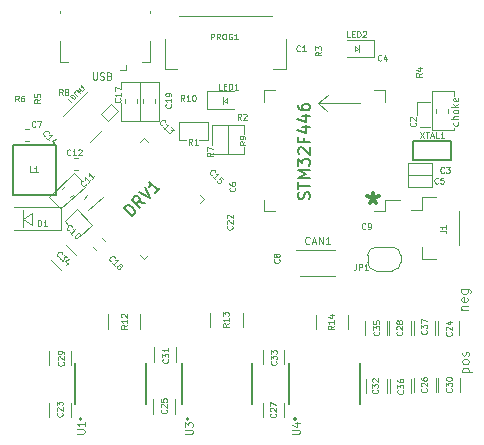
<source format=gto>
G04 #@! TF.GenerationSoftware,KiCad,Pcbnew,(5.1.2-1)-1*
G04 #@! TF.CreationDate,2019-09-25T20:45:02-04:00*
G04 #@! TF.ProjectId,PCB_V1.3_CSD,5043425f-5631-42e3-935f-4353442e6b69,rev?*
G04 #@! TF.SameCoordinates,Original*
G04 #@! TF.FileFunction,Legend,Top*
G04 #@! TF.FilePolarity,Positive*
%FSLAX46Y46*%
G04 Gerber Fmt 4.6, Leading zero omitted, Abs format (unit mm)*
G04 Created by KiCad (PCBNEW (5.1.2-1)-1) date 2019-09-25 20:45:02*
%MOMM*%
%LPD*%
G04 APERTURE LIST*
%ADD10C,0.120000*%
%ADD11C,0.060000*%
%ADD12C,0.300000*%
%ADD13C,0.150000*%
%ADD14C,0.200000*%
%ADD15C,0.127000*%
%ADD16C,0.203200*%
%ADD17C,0.050000*%
G04 APERTURE END LIST*
D10*
X86650000Y-58700000D02*
X87450000Y-59400000D01*
X86650000Y-58700000D02*
X87500000Y-58000000D01*
X90200000Y-58700000D02*
X86650000Y-58700000D01*
X65200000Y-68700000D02*
X65500000Y-69000000D01*
X66200000Y-67700000D02*
X65200000Y-68700000D01*
X67500000Y-69000000D02*
X66200000Y-67700000D01*
X66500000Y-70000000D02*
X67500000Y-69000000D01*
X96200000Y-64800000D02*
X94300000Y-64800000D01*
X94300000Y-63800000D02*
X96300000Y-63800000D01*
X94300000Y-65800000D02*
X94300000Y-63800000D01*
X96300000Y-65800000D02*
X94300000Y-65800000D01*
X96300000Y-63800000D02*
X96300000Y-65800000D01*
X73200000Y-60200000D02*
X71700000Y-60200000D01*
X73200000Y-56900000D02*
X73200000Y-60200000D01*
X71700000Y-56900000D02*
X73200000Y-56900000D01*
X70000000Y-60200000D02*
X70000000Y-58700000D01*
X71600000Y-60200000D02*
X70000000Y-60200000D01*
X71600000Y-56900000D02*
X71600000Y-60200000D01*
X70000000Y-56900000D02*
X71600000Y-56900000D01*
X70000000Y-57500000D02*
X70000000Y-56900000D01*
X78900000Y-58300000D02*
X78900000Y-58700000D01*
X78700000Y-58500000D02*
X78900000Y-58300000D01*
X78600000Y-58800000D02*
X78600000Y-58200000D01*
X78900000Y-58700000D02*
X78700000Y-58500000D01*
X90100000Y-53800000D02*
X90100000Y-54400000D01*
X89800000Y-54300000D02*
X89800000Y-53900000D01*
X90000000Y-54100000D02*
X89800000Y-54300000D01*
X89800000Y-53900000D02*
X90000000Y-54100000D01*
X62400000Y-68000000D02*
X61700000Y-68500000D01*
X62400000Y-69000000D02*
X62400000Y-68000000D01*
X61700000Y-68500000D02*
X62400000Y-69000000D01*
X61700000Y-69200000D02*
X61700000Y-68500000D01*
X61700000Y-67800000D02*
X61700000Y-69200000D01*
X64900000Y-67600000D02*
X66900000Y-65800000D01*
X63900000Y-66700000D02*
X64800000Y-67600000D01*
X66000000Y-64600000D02*
X63900000Y-66700000D01*
X66600000Y-65200000D02*
X66000000Y-64600000D01*
X69700000Y-59400000D02*
X69100000Y-58800000D01*
X68900000Y-60200000D02*
X69700000Y-59400000D01*
X68300000Y-59600000D02*
X68900000Y-60200000D01*
X69100000Y-58800000D02*
X68300000Y-59600000D01*
X67200000Y-67800000D02*
X68450000Y-66650000D01*
D11*
X98878571Y-81507142D02*
X99678571Y-81507142D01*
X98916666Y-81507142D02*
X98878571Y-81430952D01*
X98878571Y-81278571D01*
X98916666Y-81202380D01*
X98954761Y-81164285D01*
X99030952Y-81126190D01*
X99259523Y-81126190D01*
X99335714Y-81164285D01*
X99373809Y-81202380D01*
X99411904Y-81278571D01*
X99411904Y-81430952D01*
X99373809Y-81507142D01*
X99411904Y-80669047D02*
X99373809Y-80745238D01*
X99335714Y-80783333D01*
X99259523Y-80821428D01*
X99030952Y-80821428D01*
X98954761Y-80783333D01*
X98916666Y-80745238D01*
X98878571Y-80669047D01*
X98878571Y-80554761D01*
X98916666Y-80478571D01*
X98954761Y-80440476D01*
X99030952Y-80402380D01*
X99259523Y-80402380D01*
X99335714Y-80440476D01*
X99373809Y-80478571D01*
X99411904Y-80554761D01*
X99411904Y-80669047D01*
X99373809Y-80097619D02*
X99411904Y-80021428D01*
X99411904Y-79869047D01*
X99373809Y-79792857D01*
X99297619Y-79754761D01*
X99259523Y-79754761D01*
X99183333Y-79792857D01*
X99145238Y-79869047D01*
X99145238Y-79983333D01*
X99107142Y-80059523D01*
X99030952Y-80097619D01*
X98992857Y-80097619D01*
X98916666Y-80059523D01*
X98878571Y-79983333D01*
X98878571Y-79869047D01*
X98916666Y-79792857D01*
X98778571Y-76226190D02*
X99311904Y-76226190D01*
X98854761Y-76226190D02*
X98816666Y-76188095D01*
X98778571Y-76111904D01*
X98778571Y-75997619D01*
X98816666Y-75921428D01*
X98892857Y-75883333D01*
X99311904Y-75883333D01*
X99273809Y-75197619D02*
X99311904Y-75273809D01*
X99311904Y-75426190D01*
X99273809Y-75502380D01*
X99197619Y-75540476D01*
X98892857Y-75540476D01*
X98816666Y-75502380D01*
X98778571Y-75426190D01*
X98778571Y-75273809D01*
X98816666Y-75197619D01*
X98892857Y-75159523D01*
X98969047Y-75159523D01*
X99045238Y-75540476D01*
X98778571Y-74473809D02*
X99426190Y-74473809D01*
X99502380Y-74511904D01*
X99540476Y-74550000D01*
X99578571Y-74626190D01*
X99578571Y-74740476D01*
X99540476Y-74816666D01*
X99273809Y-74473809D02*
X99311904Y-74550000D01*
X99311904Y-74702380D01*
X99273809Y-74778571D01*
X99235714Y-74816666D01*
X99159523Y-74854761D01*
X98930952Y-74854761D01*
X98854761Y-74816666D01*
X98816666Y-74778571D01*
X98778571Y-74702380D01*
X98778571Y-74550000D01*
X98816666Y-74473809D01*
D10*
X95050000Y-58600000D02*
X95050000Y-59700000D01*
X96100000Y-58600000D02*
X95050000Y-58600000D01*
X95250000Y-60700000D02*
X96100000Y-60700000D01*
X98150000Y-61000000D02*
X98150000Y-60800000D01*
X96300000Y-61000000D02*
X98100000Y-61000000D01*
X96300000Y-57700000D02*
X96300000Y-61000000D01*
X98140000Y-57700000D02*
X96390000Y-57700000D01*
X98140000Y-58100000D02*
X98140000Y-57700000D01*
X74890000Y-61850000D02*
X75490000Y-61850000D01*
X74890000Y-60350000D02*
X74890000Y-61850000D01*
X77340000Y-60350000D02*
X74890000Y-60350000D01*
X77340000Y-61850000D02*
X76540000Y-61850000D01*
X77340000Y-60350000D02*
X77340000Y-61850000D01*
X78990000Y-60600000D02*
X78990000Y-62950000D01*
X80340000Y-60600000D02*
X80340000Y-61300000D01*
X80340000Y-63000000D02*
X80340000Y-62400000D01*
X77740000Y-63000000D02*
X80340000Y-63000000D01*
X77640000Y-60600000D02*
X77640000Y-62300000D01*
X80340000Y-60600000D02*
X77640000Y-60600000D01*
D12*
X91300000Y-66304761D02*
X91300000Y-66780952D01*
X90823809Y-66590476D02*
X91300000Y-66780952D01*
X91776190Y-66590476D01*
X91014285Y-67161904D02*
X91300000Y-66780952D01*
X91585714Y-67161904D01*
D11*
X98482857Y-60350000D02*
X98511428Y-60407142D01*
X98511428Y-60521428D01*
X98482857Y-60578571D01*
X98454285Y-60607142D01*
X98397142Y-60635714D01*
X98225714Y-60635714D01*
X98168571Y-60607142D01*
X98140000Y-60578571D01*
X98111428Y-60521428D01*
X98111428Y-60407142D01*
X98140000Y-60350000D01*
X98511428Y-60092857D02*
X97911428Y-60092857D01*
X98511428Y-59835714D02*
X98197142Y-59835714D01*
X98140000Y-59864285D01*
X98111428Y-59921428D01*
X98111428Y-60007142D01*
X98140000Y-60064285D01*
X98168571Y-60092857D01*
X98511428Y-59464285D02*
X98482857Y-59521428D01*
X98454285Y-59550000D01*
X98397142Y-59578571D01*
X98225714Y-59578571D01*
X98168571Y-59550000D01*
X98140000Y-59521428D01*
X98111428Y-59464285D01*
X98111428Y-59378571D01*
X98140000Y-59321428D01*
X98168571Y-59292857D01*
X98225714Y-59264285D01*
X98397142Y-59264285D01*
X98454285Y-59292857D01*
X98482857Y-59321428D01*
X98511428Y-59378571D01*
X98511428Y-59464285D01*
X98511428Y-59007142D02*
X97911428Y-59007142D01*
X98282857Y-58950000D02*
X98511428Y-58778571D01*
X98111428Y-58778571D02*
X98340000Y-59007142D01*
X98482857Y-58292857D02*
X98511428Y-58350000D01*
X98511428Y-58464285D01*
X98482857Y-58521428D01*
X98425714Y-58550000D01*
X98197142Y-58550000D01*
X98140000Y-58521428D01*
X98111428Y-58464285D01*
X98111428Y-58350000D01*
X98140000Y-58292857D01*
X98197142Y-58264285D01*
X98254285Y-58264285D01*
X98311428Y-58550000D01*
D13*
X85904761Y-66847619D02*
X85952380Y-66704761D01*
X85952380Y-66466666D01*
X85904761Y-66371428D01*
X85857142Y-66323809D01*
X85761904Y-66276190D01*
X85666666Y-66276190D01*
X85571428Y-66323809D01*
X85523809Y-66371428D01*
X85476190Y-66466666D01*
X85428571Y-66657142D01*
X85380952Y-66752380D01*
X85333333Y-66800000D01*
X85238095Y-66847619D01*
X85142857Y-66847619D01*
X85047619Y-66800000D01*
X85000000Y-66752380D01*
X84952380Y-66657142D01*
X84952380Y-66419047D01*
X85000000Y-66276190D01*
X84952380Y-65990476D02*
X84952380Y-65419047D01*
X85952380Y-65704761D02*
X84952380Y-65704761D01*
X85952380Y-65085714D02*
X84952380Y-65085714D01*
X85666666Y-64752380D01*
X84952380Y-64419047D01*
X85952380Y-64419047D01*
X84952380Y-64038095D02*
X84952380Y-63419047D01*
X85333333Y-63752380D01*
X85333333Y-63609523D01*
X85380952Y-63514285D01*
X85428571Y-63466666D01*
X85523809Y-63419047D01*
X85761904Y-63419047D01*
X85857142Y-63466666D01*
X85904761Y-63514285D01*
X85952380Y-63609523D01*
X85952380Y-63895238D01*
X85904761Y-63990476D01*
X85857142Y-64038095D01*
X85047619Y-63038095D02*
X85000000Y-62990476D01*
X84952380Y-62895238D01*
X84952380Y-62657142D01*
X85000000Y-62561904D01*
X85047619Y-62514285D01*
X85142857Y-62466666D01*
X85238095Y-62466666D01*
X85380952Y-62514285D01*
X85952380Y-63085714D01*
X85952380Y-62466666D01*
X85428571Y-61704761D02*
X85428571Y-62038095D01*
X85952380Y-62038095D02*
X84952380Y-62038095D01*
X84952380Y-61561904D01*
X85285714Y-60752380D02*
X85952380Y-60752380D01*
X84904761Y-60990476D02*
X85619047Y-61228571D01*
X85619047Y-60609523D01*
X85285714Y-59800000D02*
X85952380Y-59800000D01*
X84904761Y-60038095D02*
X85619047Y-60276190D01*
X85619047Y-59657142D01*
X84952380Y-58847619D02*
X84952380Y-59038095D01*
X85000000Y-59133333D01*
X85047619Y-59180952D01*
X85190476Y-59276190D01*
X85380952Y-59323809D01*
X85761904Y-59323809D01*
X85857142Y-59276190D01*
X85904761Y-59228571D01*
X85952380Y-59133333D01*
X85952380Y-58942857D01*
X85904761Y-58847619D01*
X85857142Y-58800000D01*
X85761904Y-58752380D01*
X85523809Y-58752380D01*
X85428571Y-58800000D01*
X85380952Y-58847619D01*
X85333333Y-58942857D01*
X85333333Y-59133333D01*
X85380952Y-59228571D01*
X85428571Y-59276190D01*
X85523809Y-59323809D01*
D14*
X84800000Y-85450000D02*
G75*
G03X84800000Y-85450000I-100000J0D01*
G01*
D15*
X90200000Y-80712000D02*
X90200000Y-84188000D01*
X84200000Y-84188000D02*
X84200000Y-80712000D01*
D14*
X75700000Y-85450000D02*
G75*
G03X75700000Y-85450000I-100000J0D01*
G01*
D15*
X81100000Y-80712000D02*
X81100000Y-84188000D01*
X75100000Y-84188000D02*
X75100000Y-80712000D01*
D14*
X66650000Y-85450000D02*
G75*
G03X66650000Y-85450000I-100000J0D01*
G01*
D15*
X72050000Y-80712000D02*
X72050000Y-84188000D01*
X66050000Y-84188000D02*
X66050000Y-80712000D01*
D10*
X85150000Y-73370000D02*
X88050000Y-73370000D01*
X84790000Y-71130000D02*
X88050000Y-71130000D01*
X82740000Y-51315000D02*
X74860000Y-51315000D01*
X73690000Y-55785000D02*
X74740000Y-55785000D01*
X73690000Y-53285000D02*
X73690000Y-55785000D01*
X83910000Y-55785000D02*
X82860000Y-55785000D01*
X83910000Y-53285000D02*
X83910000Y-55785000D01*
X65999721Y-64360000D02*
X66325279Y-64360000D01*
X65999721Y-63340000D02*
X66325279Y-63340000D01*
X70360000Y-55910000D02*
X70360000Y-55520000D01*
X70360000Y-55910000D02*
X69910000Y-55910000D01*
X64790000Y-55210000D02*
X65440000Y-55210000D01*
X64790000Y-53480000D02*
X64790000Y-55210000D01*
X72410000Y-50910000D02*
X72410000Y-51120000D01*
X64790000Y-50910000D02*
X64790000Y-51120000D01*
X72410000Y-53480000D02*
X72410000Y-55210000D01*
X72410000Y-55210000D02*
X71750000Y-55210000D01*
X92310000Y-66910000D02*
X93600000Y-66910000D01*
X82090000Y-57640000D02*
X82090000Y-58590000D01*
X83040000Y-57640000D02*
X82090000Y-57640000D01*
X92310000Y-57640000D02*
X92310000Y-58590000D01*
X91360000Y-57640000D02*
X92310000Y-57640000D01*
X82090000Y-67860000D02*
X82090000Y-66910000D01*
X83040000Y-67860000D02*
X82090000Y-67860000D01*
X92310000Y-67860000D02*
X92310000Y-66910000D01*
X91360000Y-67860000D02*
X92310000Y-67860000D01*
X67130565Y-66464124D02*
X66794689Y-66800000D01*
X77005311Y-66800000D02*
X76669435Y-66464124D01*
X76669435Y-67135876D02*
X77005311Y-66800000D01*
X71900000Y-71905311D02*
X71564124Y-71569435D01*
X72235876Y-71569435D02*
X71900000Y-71905311D01*
X71900000Y-61694689D02*
X72235876Y-62030565D01*
X71564124Y-62030565D02*
X71900000Y-61694689D01*
X86440000Y-76647936D02*
X86440000Y-77852064D01*
X89160000Y-76647936D02*
X89160000Y-77852064D01*
X77540000Y-76447936D02*
X77540000Y-77652064D01*
X80260000Y-76447936D02*
X80260000Y-77652064D01*
X92740000Y-82047936D02*
X92740000Y-83252064D01*
X94560000Y-82047936D02*
X94560000Y-83252064D01*
X66169191Y-71582256D02*
X65317744Y-70730809D01*
X64882256Y-72869191D02*
X64030809Y-72017744D01*
X90690000Y-82047936D02*
X90690000Y-83252064D01*
X92510000Y-82047936D02*
X92510000Y-83252064D01*
X96840000Y-81947936D02*
X96840000Y-83152064D01*
X98660000Y-81947936D02*
X98660000Y-83152064D01*
X94510000Y-78352064D02*
X94510000Y-77147936D01*
X92690000Y-78352064D02*
X92690000Y-77147936D01*
X94790000Y-81947936D02*
X94790000Y-83152064D01*
X96610000Y-81947936D02*
X96610000Y-83152064D01*
X98610000Y-78352064D02*
X98610000Y-77147936D01*
X96790000Y-78352064D02*
X96790000Y-77147936D01*
X63890000Y-84097936D02*
X63890000Y-85302064D01*
X65710000Y-84097936D02*
X65710000Y-85302064D01*
X91385000Y-53365000D02*
X89100000Y-53365000D01*
X91385000Y-54835000D02*
X91385000Y-53365000D01*
X89100000Y-54835000D02*
X91385000Y-54835000D01*
X77267500Y-59185000D02*
X79552500Y-59185000D01*
X77267500Y-57715000D02*
X77267500Y-59185000D01*
X79552500Y-57715000D02*
X77267500Y-57715000D01*
X68388442Y-60988442D02*
X67327782Y-62049102D01*
X67172218Y-57650898D02*
X65050898Y-59772218D01*
D16*
X60800000Y-66500000D02*
X60800000Y-62300000D01*
X64500000Y-66500000D02*
X60800000Y-66500000D01*
X64500000Y-62300000D02*
X64500000Y-66500000D01*
X60800000Y-62300000D02*
X64500000Y-62300000D01*
D10*
X64850000Y-69500000D02*
X60950000Y-69500000D01*
X64850000Y-67500000D02*
X60950000Y-67500000D01*
X64850000Y-69500000D02*
X64850000Y-67500000D01*
X68840000Y-76597936D02*
X68840000Y-77802064D01*
X71560000Y-76597936D02*
X71560000Y-77802064D01*
X96641100Y-59190821D02*
X96641100Y-59516379D01*
X97661100Y-59190821D02*
X97661100Y-59516379D01*
X72850000Y-58712779D02*
X72850000Y-58387221D01*
X71830000Y-58712779D02*
X71830000Y-58387221D01*
X71310000Y-58725279D02*
X71310000Y-58399721D01*
X70290000Y-58725279D02*
X70290000Y-58399721D01*
X68575727Y-70404478D02*
X68345522Y-70174273D01*
X67854478Y-71125727D02*
X67624273Y-70895522D01*
X62162779Y-61960000D02*
X61837221Y-61960000D01*
X62162779Y-60940000D02*
X61837221Y-60940000D01*
X65197631Y-65731120D02*
X64967426Y-65961325D01*
X65918880Y-66452369D02*
X65688675Y-66682574D01*
X96560000Y-78352064D02*
X96560000Y-77147936D01*
X94740000Y-78352064D02*
X94740000Y-77147936D01*
X92460000Y-78352064D02*
X92460000Y-77147936D01*
X90640000Y-78352064D02*
X90640000Y-77147936D01*
X83810000Y-80802064D02*
X83810000Y-79597936D01*
X81990000Y-80802064D02*
X81990000Y-79597936D01*
X74610000Y-80602064D02*
X74610000Y-79397936D01*
X72790000Y-80602064D02*
X72790000Y-79397936D01*
X65710000Y-80902064D02*
X65710000Y-79697936D01*
X63890000Y-80902064D02*
X63890000Y-79697936D01*
X81990000Y-84097936D02*
X81990000Y-85302064D01*
X83810000Y-84097936D02*
X83810000Y-85302064D01*
X72690000Y-83797936D02*
X72690000Y-85002064D01*
X74510000Y-83797936D02*
X74510000Y-85002064D01*
X92950000Y-72900000D02*
X91550000Y-72900000D01*
X90850000Y-72200000D02*
X90850000Y-71600000D01*
X91550000Y-70900000D02*
X92950000Y-70900000D01*
X93650000Y-71600000D02*
X93650000Y-72200000D01*
X93650000Y-72200000D02*
G75*
G02X92950000Y-72900000I-700000J0D01*
G01*
X92950000Y-70900000D02*
G75*
G02X93650000Y-71600000I0J-700000D01*
G01*
X90850000Y-71600000D02*
G75*
G02X91550000Y-70900000I700000J0D01*
G01*
X91550000Y-72900000D02*
G75*
G02X90850000Y-72200000I0J700000D01*
G01*
X98610000Y-67860000D02*
X98610000Y-70740000D01*
X95490000Y-71910000D02*
X95490000Y-70860000D01*
X96640000Y-71910000D02*
X95490000Y-71910000D01*
X95490000Y-67740000D02*
X94500000Y-67740000D01*
X95490000Y-66690000D02*
X95490000Y-67740000D01*
X96640000Y-66690000D02*
X95490000Y-66690000D01*
D15*
X97928600Y-61900000D02*
X94728600Y-61900000D01*
X97928600Y-63500000D02*
X97928600Y-61900000D01*
X94728600Y-63500000D02*
X97928600Y-63500000D01*
X94728600Y-61900000D02*
X94728600Y-63500000D01*
D17*
X84449437Y-86737739D02*
X84967660Y-86737739D01*
X85028627Y-86707255D01*
X85059111Y-86676772D01*
X85089595Y-86615804D01*
X85089595Y-86493869D01*
X85059111Y-86432902D01*
X85028627Y-86402418D01*
X84967660Y-86371934D01*
X84449437Y-86371934D01*
X84662823Y-85792744D02*
X85089595Y-85792744D01*
X84418953Y-85945162D02*
X84876209Y-86097581D01*
X84876209Y-85701293D01*
X75399437Y-86737739D02*
X75917660Y-86737739D01*
X75978627Y-86707255D01*
X76009111Y-86676772D01*
X76039595Y-86615804D01*
X76039595Y-86493869D01*
X76009111Y-86432902D01*
X75978627Y-86402418D01*
X75917660Y-86371934D01*
X75399437Y-86371934D01*
X75399437Y-86128065D02*
X75399437Y-85731776D01*
X75643307Y-85945162D01*
X75643307Y-85853711D01*
X75673790Y-85792744D01*
X75704274Y-85762260D01*
X75765241Y-85731776D01*
X75917660Y-85731776D01*
X75978627Y-85762260D01*
X76009111Y-85792744D01*
X76039595Y-85853711D01*
X76039595Y-86036614D01*
X76009111Y-86097581D01*
X75978627Y-86128065D01*
X66249437Y-86687739D02*
X66767660Y-86687739D01*
X66828627Y-86657255D01*
X66859111Y-86626772D01*
X66889595Y-86565804D01*
X66889595Y-86443869D01*
X66859111Y-86382902D01*
X66828627Y-86352418D01*
X66767660Y-86321934D01*
X66249437Y-86321934D01*
X66889595Y-85681776D02*
X66889595Y-86047581D01*
X66889595Y-85864679D02*
X66249437Y-85864679D01*
X66340888Y-85925646D01*
X66401855Y-85986614D01*
X66432339Y-86047581D01*
X85928571Y-70584285D02*
X85900000Y-70612857D01*
X85814285Y-70641428D01*
X85757142Y-70641428D01*
X85671428Y-70612857D01*
X85614285Y-70555714D01*
X85585714Y-70498571D01*
X85557142Y-70384285D01*
X85557142Y-70298571D01*
X85585714Y-70184285D01*
X85614285Y-70127142D01*
X85671428Y-70070000D01*
X85757142Y-70041428D01*
X85814285Y-70041428D01*
X85900000Y-70070000D01*
X85928571Y-70098571D01*
X86157142Y-70470000D02*
X86442857Y-70470000D01*
X86100000Y-70641428D02*
X86300000Y-70041428D01*
X86500000Y-70641428D01*
X86700000Y-70641428D02*
X86700000Y-70041428D01*
X87042857Y-70641428D01*
X87042857Y-70041428D01*
X87642857Y-70641428D02*
X87300000Y-70641428D01*
X87471428Y-70641428D02*
X87471428Y-70041428D01*
X87414285Y-70127142D01*
X87357142Y-70184285D01*
X87300000Y-70212857D01*
D11*
X75328571Y-58526190D02*
X75161904Y-58288095D01*
X75042857Y-58526190D02*
X75042857Y-58026190D01*
X75233333Y-58026190D01*
X75280952Y-58050000D01*
X75304761Y-58073809D01*
X75328571Y-58121428D01*
X75328571Y-58192857D01*
X75304761Y-58240476D01*
X75280952Y-58264285D01*
X75233333Y-58288095D01*
X75042857Y-58288095D01*
X75804761Y-58526190D02*
X75519047Y-58526190D01*
X75661904Y-58526190D02*
X75661904Y-58026190D01*
X75614285Y-58097619D01*
X75566666Y-58145238D01*
X75519047Y-58169047D01*
X76114285Y-58026190D02*
X76161904Y-58026190D01*
X76209523Y-58050000D01*
X76233333Y-58073809D01*
X76257142Y-58121428D01*
X76280952Y-58216666D01*
X76280952Y-58335714D01*
X76257142Y-58430952D01*
X76233333Y-58478571D01*
X76209523Y-58502380D01*
X76161904Y-58526190D01*
X76114285Y-58526190D01*
X76066666Y-58502380D01*
X76042857Y-58478571D01*
X76019047Y-58430952D01*
X75995238Y-58335714D01*
X75995238Y-58216666D01*
X76019047Y-58121428D01*
X76042857Y-58073809D01*
X76066666Y-58050000D01*
X76114285Y-58026190D01*
X77569047Y-53326190D02*
X77569047Y-52826190D01*
X77759523Y-52826190D01*
X77807142Y-52850000D01*
X77830952Y-52873809D01*
X77854761Y-52921428D01*
X77854761Y-52992857D01*
X77830952Y-53040476D01*
X77807142Y-53064285D01*
X77759523Y-53088095D01*
X77569047Y-53088095D01*
X78354761Y-53326190D02*
X78188095Y-53088095D01*
X78069047Y-53326190D02*
X78069047Y-52826190D01*
X78259523Y-52826190D01*
X78307142Y-52850000D01*
X78330952Y-52873809D01*
X78354761Y-52921428D01*
X78354761Y-52992857D01*
X78330952Y-53040476D01*
X78307142Y-53064285D01*
X78259523Y-53088095D01*
X78069047Y-53088095D01*
X78664285Y-52826190D02*
X78759523Y-52826190D01*
X78807142Y-52850000D01*
X78854761Y-52897619D01*
X78878571Y-52992857D01*
X78878571Y-53159523D01*
X78854761Y-53254761D01*
X78807142Y-53302380D01*
X78759523Y-53326190D01*
X78664285Y-53326190D01*
X78616666Y-53302380D01*
X78569047Y-53254761D01*
X78545238Y-53159523D01*
X78545238Y-52992857D01*
X78569047Y-52897619D01*
X78616666Y-52850000D01*
X78664285Y-52826190D01*
X79354761Y-52850000D02*
X79307142Y-52826190D01*
X79235714Y-52826190D01*
X79164285Y-52850000D01*
X79116666Y-52897619D01*
X79092857Y-52945238D01*
X79069047Y-53040476D01*
X79069047Y-53111904D01*
X79092857Y-53207142D01*
X79116666Y-53254761D01*
X79164285Y-53302380D01*
X79235714Y-53326190D01*
X79283333Y-53326190D01*
X79354761Y-53302380D01*
X79378571Y-53278571D01*
X79378571Y-53111904D01*
X79283333Y-53111904D01*
X79854761Y-53326190D02*
X79569047Y-53326190D01*
X79711904Y-53326190D02*
X79711904Y-52826190D01*
X79664285Y-52897619D01*
X79616666Y-52945238D01*
X79569047Y-52969047D01*
X65678571Y-63078571D02*
X65654761Y-63102380D01*
X65583333Y-63126190D01*
X65535714Y-63126190D01*
X65464285Y-63102380D01*
X65416666Y-63054761D01*
X65392857Y-63007142D01*
X65369047Y-62911904D01*
X65369047Y-62840476D01*
X65392857Y-62745238D01*
X65416666Y-62697619D01*
X65464285Y-62650000D01*
X65535714Y-62626190D01*
X65583333Y-62626190D01*
X65654761Y-62650000D01*
X65678571Y-62673809D01*
X66154761Y-63126190D02*
X65869047Y-63126190D01*
X66011904Y-63126190D02*
X66011904Y-62626190D01*
X65964285Y-62697619D01*
X65916666Y-62745238D01*
X65869047Y-62769047D01*
X66345238Y-62673809D02*
X66369047Y-62650000D01*
X66416666Y-62626190D01*
X66535714Y-62626190D01*
X66583333Y-62650000D01*
X66607142Y-62673809D01*
X66630952Y-62721428D01*
X66630952Y-62769047D01*
X66607142Y-62840476D01*
X66321428Y-63126190D01*
X66630952Y-63126190D01*
X65016666Y-58026190D02*
X64850000Y-57788095D01*
X64730952Y-58026190D02*
X64730952Y-57526190D01*
X64921428Y-57526190D01*
X64969047Y-57550000D01*
X64992857Y-57573809D01*
X65016666Y-57621428D01*
X65016666Y-57692857D01*
X64992857Y-57740476D01*
X64969047Y-57764285D01*
X64921428Y-57788095D01*
X64730952Y-57788095D01*
X65302380Y-57740476D02*
X65254761Y-57716666D01*
X65230952Y-57692857D01*
X65207142Y-57645238D01*
X65207142Y-57621428D01*
X65230952Y-57573809D01*
X65254761Y-57550000D01*
X65302380Y-57526190D01*
X65397619Y-57526190D01*
X65445238Y-57550000D01*
X65469047Y-57573809D01*
X65492857Y-57621428D01*
X65492857Y-57645238D01*
X65469047Y-57692857D01*
X65445238Y-57716666D01*
X65397619Y-57740476D01*
X65302380Y-57740476D01*
X65254761Y-57764285D01*
X65230952Y-57788095D01*
X65207142Y-57835714D01*
X65207142Y-57930952D01*
X65230952Y-57978571D01*
X65254761Y-58002380D01*
X65302380Y-58026190D01*
X65397619Y-58026190D01*
X65445238Y-58002380D01*
X65469047Y-57978571D01*
X65492857Y-57930952D01*
X65492857Y-57835714D01*
X65469047Y-57788095D01*
X65445238Y-57764285D01*
X65397619Y-57740476D01*
X67592857Y-56121428D02*
X67592857Y-56607142D01*
X67621428Y-56664285D01*
X67650000Y-56692857D01*
X67707142Y-56721428D01*
X67821428Y-56721428D01*
X67878571Y-56692857D01*
X67907142Y-56664285D01*
X67935714Y-56607142D01*
X67935714Y-56121428D01*
X68192857Y-56692857D02*
X68278571Y-56721428D01*
X68421428Y-56721428D01*
X68478571Y-56692857D01*
X68507142Y-56664285D01*
X68535714Y-56607142D01*
X68535714Y-56550000D01*
X68507142Y-56492857D01*
X68478571Y-56464285D01*
X68421428Y-56435714D01*
X68307142Y-56407142D01*
X68250000Y-56378571D01*
X68221428Y-56350000D01*
X68192857Y-56292857D01*
X68192857Y-56235714D01*
X68221428Y-56178571D01*
X68250000Y-56150000D01*
X68307142Y-56121428D01*
X68450000Y-56121428D01*
X68535714Y-56150000D01*
X68992857Y-56407142D02*
X69078571Y-56435714D01*
X69107142Y-56464285D01*
X69135714Y-56521428D01*
X69135714Y-56607142D01*
X69107142Y-56664285D01*
X69078571Y-56692857D01*
X69021428Y-56721428D01*
X68792857Y-56721428D01*
X68792857Y-56121428D01*
X68992857Y-56121428D01*
X69050000Y-56150000D01*
X69078571Y-56178571D01*
X69107142Y-56235714D01*
X69107142Y-56292857D01*
X69078571Y-56350000D01*
X69050000Y-56378571D01*
X68992857Y-56407142D01*
X68792857Y-56407142D01*
X65546446Y-69498984D02*
X65512774Y-69498984D01*
X65445431Y-69465312D01*
X65411759Y-69431641D01*
X65378087Y-69364297D01*
X65378087Y-69296954D01*
X65394923Y-69246446D01*
X65445431Y-69162267D01*
X65495938Y-69111759D01*
X65580118Y-69061251D01*
X65630625Y-69044416D01*
X65697969Y-69044416D01*
X65765312Y-69078087D01*
X65798984Y-69111759D01*
X65832656Y-69179103D01*
X65832656Y-69212774D01*
X65849492Y-69869374D02*
X65647461Y-69667343D01*
X65748477Y-69768358D02*
X66102030Y-69414805D01*
X66017851Y-69431641D01*
X65950507Y-69431641D01*
X65900000Y-69414805D01*
X66421912Y-69734687D02*
X66455583Y-69768358D01*
X66472419Y-69818866D01*
X66472419Y-69852538D01*
X66455583Y-69903045D01*
X66405076Y-69987225D01*
X66320896Y-70071404D01*
X66236717Y-70121912D01*
X66186209Y-70138748D01*
X66152538Y-70138748D01*
X66102030Y-70121912D01*
X66068358Y-70088240D01*
X66051522Y-70037732D01*
X66051522Y-70004061D01*
X66068358Y-69953553D01*
X66118866Y-69869374D01*
X66203045Y-69785194D01*
X66287225Y-69734687D01*
X66337732Y-69717851D01*
X66371404Y-69717851D01*
X66421912Y-69734687D01*
D13*
X70891370Y-68298392D02*
X70184263Y-67591286D01*
X70352622Y-67422927D01*
X70487309Y-67355583D01*
X70621996Y-67355583D01*
X70723011Y-67389255D01*
X70891370Y-67490270D01*
X70992385Y-67591286D01*
X71093400Y-67759644D01*
X71127072Y-67860660D01*
X71127072Y-67995347D01*
X71059729Y-68130034D01*
X70891370Y-68298392D01*
X72002538Y-67187225D02*
X71430118Y-67086209D01*
X71598477Y-67591286D02*
X70891370Y-66884179D01*
X71160744Y-66614805D01*
X71261759Y-66581133D01*
X71329103Y-66581133D01*
X71430118Y-66614805D01*
X71531133Y-66715820D01*
X71564805Y-66816835D01*
X71564805Y-66884179D01*
X71531133Y-66985194D01*
X71261759Y-67254568D01*
X71497461Y-66278087D02*
X72440270Y-66749492D01*
X71968866Y-65806683D01*
X73282064Y-65907698D02*
X72878003Y-66311759D01*
X73080034Y-66109729D02*
X72372927Y-65402622D01*
X72406599Y-65570981D01*
X72406599Y-65705668D01*
X72372927Y-65806683D01*
D11*
X87976190Y-77571428D02*
X87738095Y-77738095D01*
X87976190Y-77857142D02*
X87476190Y-77857142D01*
X87476190Y-77666666D01*
X87500000Y-77619047D01*
X87523809Y-77595238D01*
X87571428Y-77571428D01*
X87642857Y-77571428D01*
X87690476Y-77595238D01*
X87714285Y-77619047D01*
X87738095Y-77666666D01*
X87738095Y-77857142D01*
X87976190Y-77095238D02*
X87976190Y-77380952D01*
X87976190Y-77238095D02*
X87476190Y-77238095D01*
X87547619Y-77285714D01*
X87595238Y-77333333D01*
X87619047Y-77380952D01*
X87642857Y-76666666D02*
X87976190Y-76666666D01*
X87452380Y-76785714D02*
X87809523Y-76904761D01*
X87809523Y-76595238D01*
X79076190Y-77371428D02*
X78838095Y-77538095D01*
X79076190Y-77657142D02*
X78576190Y-77657142D01*
X78576190Y-77466666D01*
X78600000Y-77419047D01*
X78623809Y-77395238D01*
X78671428Y-77371428D01*
X78742857Y-77371428D01*
X78790476Y-77395238D01*
X78814285Y-77419047D01*
X78838095Y-77466666D01*
X78838095Y-77657142D01*
X79076190Y-76895238D02*
X79076190Y-77180952D01*
X79076190Y-77038095D02*
X78576190Y-77038095D01*
X78647619Y-77085714D01*
X78695238Y-77133333D01*
X78719047Y-77180952D01*
X78576190Y-76728571D02*
X78576190Y-76419047D01*
X78766666Y-76585714D01*
X78766666Y-76514285D01*
X78790476Y-76466666D01*
X78814285Y-76442857D01*
X78861904Y-76419047D01*
X78980952Y-76419047D01*
X79028571Y-76442857D01*
X79052380Y-76466666D01*
X79076190Y-76514285D01*
X79076190Y-76657142D01*
X79052380Y-76704761D01*
X79028571Y-76728571D01*
X93828571Y-83021428D02*
X93852380Y-83045238D01*
X93876190Y-83116666D01*
X93876190Y-83164285D01*
X93852380Y-83235714D01*
X93804761Y-83283333D01*
X93757142Y-83307142D01*
X93661904Y-83330952D01*
X93590476Y-83330952D01*
X93495238Y-83307142D01*
X93447619Y-83283333D01*
X93400000Y-83235714D01*
X93376190Y-83164285D01*
X93376190Y-83116666D01*
X93400000Y-83045238D01*
X93423809Y-83021428D01*
X93376190Y-82854761D02*
X93376190Y-82545238D01*
X93566666Y-82711904D01*
X93566666Y-82640476D01*
X93590476Y-82592857D01*
X93614285Y-82569047D01*
X93661904Y-82545238D01*
X93780952Y-82545238D01*
X93828571Y-82569047D01*
X93852380Y-82592857D01*
X93876190Y-82640476D01*
X93876190Y-82783333D01*
X93852380Y-82830952D01*
X93828571Y-82854761D01*
X93376190Y-82116666D02*
X93376190Y-82211904D01*
X93400000Y-82259523D01*
X93423809Y-82283333D01*
X93495238Y-82330952D01*
X93590476Y-82354761D01*
X93780952Y-82354761D01*
X93828571Y-82330952D01*
X93852380Y-82307142D01*
X93876190Y-82259523D01*
X93876190Y-82164285D01*
X93852380Y-82116666D01*
X93828571Y-82092857D01*
X93780952Y-82069047D01*
X93661904Y-82069047D01*
X93614285Y-82092857D01*
X93590476Y-82116666D01*
X93566666Y-82164285D01*
X93566666Y-82259523D01*
X93590476Y-82307142D01*
X93614285Y-82330952D01*
X93661904Y-82354761D01*
X64711091Y-71734339D02*
X64677419Y-71734339D01*
X64610076Y-71700667D01*
X64576404Y-71666996D01*
X64542732Y-71599652D01*
X64542732Y-71532309D01*
X64559568Y-71481801D01*
X64610076Y-71397622D01*
X64660583Y-71347114D01*
X64744763Y-71296606D01*
X64795270Y-71279771D01*
X64862614Y-71279771D01*
X64929957Y-71313442D01*
X64963629Y-71347114D01*
X64997301Y-71414458D01*
X64997301Y-71448129D01*
X65148824Y-71532309D02*
X65367690Y-71751175D01*
X65115152Y-71768011D01*
X65165660Y-71818519D01*
X65182496Y-71869026D01*
X65182496Y-71902698D01*
X65165660Y-71953206D01*
X65081480Y-72037385D01*
X65030973Y-72054221D01*
X64997301Y-72054221D01*
X64946793Y-72037385D01*
X64845778Y-71936370D01*
X64828942Y-71885862D01*
X64828942Y-71852190D01*
X65552885Y-72172072D02*
X65317183Y-72407774D01*
X65603393Y-71953206D02*
X65266675Y-72121564D01*
X65485541Y-72340431D01*
X91678571Y-82971428D02*
X91702380Y-82995238D01*
X91726190Y-83066666D01*
X91726190Y-83114285D01*
X91702380Y-83185714D01*
X91654761Y-83233333D01*
X91607142Y-83257142D01*
X91511904Y-83280952D01*
X91440476Y-83280952D01*
X91345238Y-83257142D01*
X91297619Y-83233333D01*
X91250000Y-83185714D01*
X91226190Y-83114285D01*
X91226190Y-83066666D01*
X91250000Y-82995238D01*
X91273809Y-82971428D01*
X91226190Y-82804761D02*
X91226190Y-82495238D01*
X91416666Y-82661904D01*
X91416666Y-82590476D01*
X91440476Y-82542857D01*
X91464285Y-82519047D01*
X91511904Y-82495238D01*
X91630952Y-82495238D01*
X91678571Y-82519047D01*
X91702380Y-82542857D01*
X91726190Y-82590476D01*
X91726190Y-82733333D01*
X91702380Y-82780952D01*
X91678571Y-82804761D01*
X91273809Y-82304761D02*
X91250000Y-82280952D01*
X91226190Y-82233333D01*
X91226190Y-82114285D01*
X91250000Y-82066666D01*
X91273809Y-82042857D01*
X91321428Y-82019047D01*
X91369047Y-82019047D01*
X91440476Y-82042857D01*
X91726190Y-82328571D01*
X91726190Y-82019047D01*
X97928571Y-82871428D02*
X97952380Y-82895238D01*
X97976190Y-82966666D01*
X97976190Y-83014285D01*
X97952380Y-83085714D01*
X97904761Y-83133333D01*
X97857142Y-83157142D01*
X97761904Y-83180952D01*
X97690476Y-83180952D01*
X97595238Y-83157142D01*
X97547619Y-83133333D01*
X97500000Y-83085714D01*
X97476190Y-83014285D01*
X97476190Y-82966666D01*
X97500000Y-82895238D01*
X97523809Y-82871428D01*
X97476190Y-82704761D02*
X97476190Y-82395238D01*
X97666666Y-82561904D01*
X97666666Y-82490476D01*
X97690476Y-82442857D01*
X97714285Y-82419047D01*
X97761904Y-82395238D01*
X97880952Y-82395238D01*
X97928571Y-82419047D01*
X97952380Y-82442857D01*
X97976190Y-82490476D01*
X97976190Y-82633333D01*
X97952380Y-82680952D01*
X97928571Y-82704761D01*
X97476190Y-82085714D02*
X97476190Y-82038095D01*
X97500000Y-81990476D01*
X97523809Y-81966666D01*
X97571428Y-81942857D01*
X97666666Y-81919047D01*
X97785714Y-81919047D01*
X97880952Y-81942857D01*
X97928571Y-81966666D01*
X97952380Y-81990476D01*
X97976190Y-82038095D01*
X97976190Y-82085714D01*
X97952380Y-82133333D01*
X97928571Y-82157142D01*
X97880952Y-82180952D01*
X97785714Y-82204761D01*
X97666666Y-82204761D01*
X97571428Y-82180952D01*
X97523809Y-82157142D01*
X97500000Y-82133333D01*
X97476190Y-82085714D01*
X93728571Y-78071428D02*
X93752380Y-78095238D01*
X93776190Y-78166666D01*
X93776190Y-78214285D01*
X93752380Y-78285714D01*
X93704761Y-78333333D01*
X93657142Y-78357142D01*
X93561904Y-78380952D01*
X93490476Y-78380952D01*
X93395238Y-78357142D01*
X93347619Y-78333333D01*
X93300000Y-78285714D01*
X93276190Y-78214285D01*
X93276190Y-78166666D01*
X93300000Y-78095238D01*
X93323809Y-78071428D01*
X93323809Y-77880952D02*
X93300000Y-77857142D01*
X93276190Y-77809523D01*
X93276190Y-77690476D01*
X93300000Y-77642857D01*
X93323809Y-77619047D01*
X93371428Y-77595238D01*
X93419047Y-77595238D01*
X93490476Y-77619047D01*
X93776190Y-77904761D01*
X93776190Y-77595238D01*
X93490476Y-77309523D02*
X93466666Y-77357142D01*
X93442857Y-77380952D01*
X93395238Y-77404761D01*
X93371428Y-77404761D01*
X93323809Y-77380952D01*
X93300000Y-77357142D01*
X93276190Y-77309523D01*
X93276190Y-77214285D01*
X93300000Y-77166666D01*
X93323809Y-77142857D01*
X93371428Y-77119047D01*
X93395238Y-77119047D01*
X93442857Y-77142857D01*
X93466666Y-77166666D01*
X93490476Y-77214285D01*
X93490476Y-77309523D01*
X93514285Y-77357142D01*
X93538095Y-77380952D01*
X93585714Y-77404761D01*
X93680952Y-77404761D01*
X93728571Y-77380952D01*
X93752380Y-77357142D01*
X93776190Y-77309523D01*
X93776190Y-77214285D01*
X93752380Y-77166666D01*
X93728571Y-77142857D01*
X93680952Y-77119047D01*
X93585714Y-77119047D01*
X93538095Y-77142857D01*
X93514285Y-77166666D01*
X93490476Y-77214285D01*
X95828571Y-82871428D02*
X95852380Y-82895238D01*
X95876190Y-82966666D01*
X95876190Y-83014285D01*
X95852380Y-83085714D01*
X95804761Y-83133333D01*
X95757142Y-83157142D01*
X95661904Y-83180952D01*
X95590476Y-83180952D01*
X95495238Y-83157142D01*
X95447619Y-83133333D01*
X95400000Y-83085714D01*
X95376190Y-83014285D01*
X95376190Y-82966666D01*
X95400000Y-82895238D01*
X95423809Y-82871428D01*
X95423809Y-82680952D02*
X95400000Y-82657142D01*
X95376190Y-82609523D01*
X95376190Y-82490476D01*
X95400000Y-82442857D01*
X95423809Y-82419047D01*
X95471428Y-82395238D01*
X95519047Y-82395238D01*
X95590476Y-82419047D01*
X95876190Y-82704761D01*
X95876190Y-82395238D01*
X95376190Y-81966666D02*
X95376190Y-82061904D01*
X95400000Y-82109523D01*
X95423809Y-82133333D01*
X95495238Y-82180952D01*
X95590476Y-82204761D01*
X95780952Y-82204761D01*
X95828571Y-82180952D01*
X95852380Y-82157142D01*
X95876190Y-82109523D01*
X95876190Y-82014285D01*
X95852380Y-81966666D01*
X95828571Y-81942857D01*
X95780952Y-81919047D01*
X95661904Y-81919047D01*
X95614285Y-81942857D01*
X95590476Y-81966666D01*
X95566666Y-82014285D01*
X95566666Y-82109523D01*
X95590476Y-82157142D01*
X95614285Y-82180952D01*
X95661904Y-82204761D01*
X97928571Y-78121428D02*
X97952380Y-78145238D01*
X97976190Y-78216666D01*
X97976190Y-78264285D01*
X97952380Y-78335714D01*
X97904761Y-78383333D01*
X97857142Y-78407142D01*
X97761904Y-78430952D01*
X97690476Y-78430952D01*
X97595238Y-78407142D01*
X97547619Y-78383333D01*
X97500000Y-78335714D01*
X97476190Y-78264285D01*
X97476190Y-78216666D01*
X97500000Y-78145238D01*
X97523809Y-78121428D01*
X97523809Y-77930952D02*
X97500000Y-77907142D01*
X97476190Y-77859523D01*
X97476190Y-77740476D01*
X97500000Y-77692857D01*
X97523809Y-77669047D01*
X97571428Y-77645238D01*
X97619047Y-77645238D01*
X97690476Y-77669047D01*
X97976190Y-77954761D01*
X97976190Y-77645238D01*
X97642857Y-77216666D02*
X97976190Y-77216666D01*
X97452380Y-77335714D02*
X97809523Y-77454761D01*
X97809523Y-77145238D01*
X64978571Y-84946428D02*
X65002380Y-84970238D01*
X65026190Y-85041666D01*
X65026190Y-85089285D01*
X65002380Y-85160714D01*
X64954761Y-85208333D01*
X64907142Y-85232142D01*
X64811904Y-85255952D01*
X64740476Y-85255952D01*
X64645238Y-85232142D01*
X64597619Y-85208333D01*
X64550000Y-85160714D01*
X64526190Y-85089285D01*
X64526190Y-85041666D01*
X64550000Y-84970238D01*
X64573809Y-84946428D01*
X64573809Y-84755952D02*
X64550000Y-84732142D01*
X64526190Y-84684523D01*
X64526190Y-84565476D01*
X64550000Y-84517857D01*
X64573809Y-84494047D01*
X64621428Y-84470238D01*
X64669047Y-84470238D01*
X64740476Y-84494047D01*
X65026190Y-84779761D01*
X65026190Y-84470238D01*
X64526190Y-84303571D02*
X64526190Y-83994047D01*
X64716666Y-84160714D01*
X64716666Y-84089285D01*
X64740476Y-84041666D01*
X64764285Y-84017857D01*
X64811904Y-83994047D01*
X64930952Y-83994047D01*
X64978571Y-84017857D01*
X65002380Y-84041666D01*
X65026190Y-84089285D01*
X65026190Y-84232142D01*
X65002380Y-84279761D01*
X64978571Y-84303571D01*
X89340476Y-53126190D02*
X89102380Y-53126190D01*
X89102380Y-52626190D01*
X89507142Y-52864285D02*
X89673809Y-52864285D01*
X89745238Y-53126190D02*
X89507142Y-53126190D01*
X89507142Y-52626190D01*
X89745238Y-52626190D01*
X89959523Y-53126190D02*
X89959523Y-52626190D01*
X90078571Y-52626190D01*
X90150000Y-52650000D01*
X90197619Y-52697619D01*
X90221428Y-52745238D01*
X90245238Y-52840476D01*
X90245238Y-52911904D01*
X90221428Y-53007142D01*
X90197619Y-53054761D01*
X90150000Y-53102380D01*
X90078571Y-53126190D01*
X89959523Y-53126190D01*
X90435714Y-52673809D02*
X90459523Y-52650000D01*
X90507142Y-52626190D01*
X90626190Y-52626190D01*
X90673809Y-52650000D01*
X90697619Y-52673809D01*
X90721428Y-52721428D01*
X90721428Y-52769047D01*
X90697619Y-52840476D01*
X90411904Y-53126190D01*
X90721428Y-53126190D01*
X78490476Y-57566190D02*
X78252380Y-57566190D01*
X78252380Y-57066190D01*
X78657142Y-57304285D02*
X78823809Y-57304285D01*
X78895238Y-57566190D02*
X78657142Y-57566190D01*
X78657142Y-57066190D01*
X78895238Y-57066190D01*
X79109523Y-57566190D02*
X79109523Y-57066190D01*
X79228571Y-57066190D01*
X79300000Y-57090000D01*
X79347619Y-57137619D01*
X79371428Y-57185238D01*
X79395238Y-57280476D01*
X79395238Y-57351904D01*
X79371428Y-57447142D01*
X79347619Y-57494761D01*
X79300000Y-57542380D01*
X79228571Y-57566190D01*
X79109523Y-57566190D01*
X79871428Y-57566190D02*
X79585714Y-57566190D01*
X79728571Y-57566190D02*
X79728571Y-57066190D01*
X79680952Y-57137619D01*
X79633333Y-57185238D01*
X79585714Y-57209047D01*
X65856548Y-58499357D02*
X65721861Y-58634044D01*
X65439018Y-58351201D01*
X65950829Y-58405076D02*
X65667986Y-58122233D01*
X65735329Y-58054890D01*
X65789204Y-58027952D01*
X65843079Y-58027952D01*
X65883485Y-58041421D01*
X65950829Y-58081827D01*
X65991235Y-58122233D01*
X66031641Y-58189577D01*
X66045109Y-58229983D01*
X66045109Y-58283857D01*
X66018172Y-58337732D01*
X65950829Y-58405076D01*
X66179796Y-57879796D02*
X66085516Y-57974077D01*
X66233671Y-58122233D02*
X65950829Y-57839390D01*
X66085516Y-57704703D01*
X66476108Y-57879796D02*
X66193265Y-57596954D01*
X66489577Y-57704703D01*
X66381827Y-57408392D01*
X66664670Y-57691235D01*
X66947512Y-57408392D02*
X66785888Y-57570016D01*
X66866700Y-57489204D02*
X66583857Y-57206361D01*
X66597326Y-57273705D01*
X66597326Y-57327580D01*
X66583857Y-57367986D01*
X62496142Y-64576190D02*
X62258047Y-64576190D01*
X62258047Y-64076190D01*
X62924714Y-64576190D02*
X62639000Y-64576190D01*
X62781857Y-64576190D02*
X62781857Y-64076190D01*
X62734238Y-64147619D01*
X62686619Y-64195238D01*
X62639000Y-64219047D01*
X62930952Y-69126190D02*
X62930952Y-68626190D01*
X63050000Y-68626190D01*
X63121428Y-68650000D01*
X63169047Y-68697619D01*
X63192857Y-68745238D01*
X63216666Y-68840476D01*
X63216666Y-68911904D01*
X63192857Y-69007142D01*
X63169047Y-69054761D01*
X63121428Y-69102380D01*
X63050000Y-69126190D01*
X62930952Y-69126190D01*
X63692857Y-69126190D02*
X63407142Y-69126190D01*
X63550000Y-69126190D02*
X63550000Y-68626190D01*
X63502380Y-68697619D01*
X63454761Y-68745238D01*
X63407142Y-68769047D01*
X70465090Y-77512828D02*
X70226995Y-77679495D01*
X70465090Y-77798542D02*
X69965090Y-77798542D01*
X69965090Y-77608066D01*
X69988900Y-77560447D01*
X70012709Y-77536638D01*
X70060328Y-77512828D01*
X70131757Y-77512828D01*
X70179376Y-77536638D01*
X70203185Y-77560447D01*
X70226995Y-77608066D01*
X70226995Y-77798542D01*
X70465090Y-77036638D02*
X70465090Y-77322352D01*
X70465090Y-77179495D02*
X69965090Y-77179495D01*
X70036519Y-77227114D01*
X70084138Y-77274733D01*
X70107947Y-77322352D01*
X70012709Y-76846161D02*
X69988900Y-76822352D01*
X69965090Y-76774733D01*
X69965090Y-76655685D01*
X69988900Y-76608066D01*
X70012709Y-76584257D01*
X70060328Y-76560447D01*
X70107947Y-76560447D01*
X70179376Y-76584257D01*
X70465090Y-76869971D01*
X70465090Y-76560447D01*
X86926190Y-54383333D02*
X86688095Y-54550000D01*
X86926190Y-54669047D02*
X86426190Y-54669047D01*
X86426190Y-54478571D01*
X86450000Y-54430952D01*
X86473809Y-54407142D01*
X86521428Y-54383333D01*
X86592857Y-54383333D01*
X86640476Y-54407142D01*
X86664285Y-54430952D01*
X86688095Y-54478571D01*
X86688095Y-54669047D01*
X86426190Y-54216666D02*
X86426190Y-53907142D01*
X86616666Y-54073809D01*
X86616666Y-54002380D01*
X86640476Y-53954761D01*
X86664285Y-53930952D01*
X86711904Y-53907142D01*
X86830952Y-53907142D01*
X86878571Y-53930952D01*
X86902380Y-53954761D01*
X86926190Y-54002380D01*
X86926190Y-54145238D01*
X86902380Y-54192857D01*
X86878571Y-54216666D01*
X80116666Y-60126190D02*
X79950000Y-59888095D01*
X79830952Y-60126190D02*
X79830952Y-59626190D01*
X80021428Y-59626190D01*
X80069047Y-59650000D01*
X80092857Y-59673809D01*
X80116666Y-59721428D01*
X80116666Y-59792857D01*
X80092857Y-59840476D01*
X80069047Y-59864285D01*
X80021428Y-59888095D01*
X79830952Y-59888095D01*
X80307142Y-59673809D02*
X80330952Y-59650000D01*
X80378571Y-59626190D01*
X80497619Y-59626190D01*
X80545238Y-59650000D01*
X80569047Y-59673809D01*
X80592857Y-59721428D01*
X80592857Y-59769047D01*
X80569047Y-59840476D01*
X80283333Y-60126190D01*
X80592857Y-60126190D01*
X61316666Y-58576190D02*
X61150000Y-58338095D01*
X61030952Y-58576190D02*
X61030952Y-58076190D01*
X61221428Y-58076190D01*
X61269047Y-58100000D01*
X61292857Y-58123809D01*
X61316666Y-58171428D01*
X61316666Y-58242857D01*
X61292857Y-58290476D01*
X61269047Y-58314285D01*
X61221428Y-58338095D01*
X61030952Y-58338095D01*
X61745238Y-58076190D02*
X61650000Y-58076190D01*
X61602380Y-58100000D01*
X61578571Y-58123809D01*
X61530952Y-58195238D01*
X61507142Y-58290476D01*
X61507142Y-58480952D01*
X61530952Y-58528571D01*
X61554761Y-58552380D01*
X61602380Y-58576190D01*
X61697619Y-58576190D01*
X61745238Y-58552380D01*
X61769047Y-58528571D01*
X61792857Y-58480952D01*
X61792857Y-58361904D01*
X61769047Y-58314285D01*
X61745238Y-58290476D01*
X61697619Y-58266666D01*
X61602380Y-58266666D01*
X61554761Y-58290476D01*
X61530952Y-58314285D01*
X61507142Y-58361904D01*
X95426190Y-56183333D02*
X95188095Y-56350000D01*
X95426190Y-56469047D02*
X94926190Y-56469047D01*
X94926190Y-56278571D01*
X94950000Y-56230952D01*
X94973809Y-56207142D01*
X95021428Y-56183333D01*
X95092857Y-56183333D01*
X95140476Y-56207142D01*
X95164285Y-56230952D01*
X95188095Y-56278571D01*
X95188095Y-56469047D01*
X95092857Y-55754761D02*
X95426190Y-55754761D01*
X94902380Y-55873809D02*
X95259523Y-55992857D01*
X95259523Y-55683333D01*
X63126190Y-58383333D02*
X62888095Y-58550000D01*
X63126190Y-58669047D02*
X62626190Y-58669047D01*
X62626190Y-58478571D01*
X62650000Y-58430952D01*
X62673809Y-58407142D01*
X62721428Y-58383333D01*
X62792857Y-58383333D01*
X62840476Y-58407142D01*
X62864285Y-58430952D01*
X62888095Y-58478571D01*
X62888095Y-58669047D01*
X62626190Y-57930952D02*
X62626190Y-58169047D01*
X62864285Y-58192857D01*
X62840476Y-58169047D01*
X62816666Y-58121428D01*
X62816666Y-58002380D01*
X62840476Y-57954761D01*
X62864285Y-57930952D01*
X62911904Y-57907142D01*
X63030952Y-57907142D01*
X63078571Y-57930952D01*
X63102380Y-57954761D01*
X63126190Y-58002380D01*
X63126190Y-58121428D01*
X63102380Y-58169047D01*
X63078571Y-58192857D01*
X76016666Y-62226190D02*
X75850000Y-61988095D01*
X75730952Y-62226190D02*
X75730952Y-61726190D01*
X75921428Y-61726190D01*
X75969047Y-61750000D01*
X75992857Y-61773809D01*
X76016666Y-61821428D01*
X76016666Y-61892857D01*
X75992857Y-61940476D01*
X75969047Y-61964285D01*
X75921428Y-61988095D01*
X75730952Y-61988095D01*
X76492857Y-62226190D02*
X76207142Y-62226190D01*
X76350000Y-62226190D02*
X76350000Y-61726190D01*
X76302380Y-61797619D01*
X76254761Y-61845238D01*
X76207142Y-61869047D01*
X80505090Y-61959733D02*
X80266995Y-62126400D01*
X80505090Y-62245447D02*
X80005090Y-62245447D01*
X80005090Y-62054971D01*
X80028900Y-62007352D01*
X80052709Y-61983542D01*
X80100328Y-61959733D01*
X80171757Y-61959733D01*
X80219376Y-61983542D01*
X80243185Y-62007352D01*
X80266995Y-62054971D01*
X80266995Y-62245447D01*
X80505090Y-61721638D02*
X80505090Y-61626400D01*
X80481280Y-61578780D01*
X80457471Y-61554971D01*
X80386042Y-61507352D01*
X80290804Y-61483542D01*
X80100328Y-61483542D01*
X80052709Y-61507352D01*
X80028900Y-61531161D01*
X80005090Y-61578780D01*
X80005090Y-61674019D01*
X80028900Y-61721638D01*
X80052709Y-61745447D01*
X80100328Y-61769257D01*
X80219376Y-61769257D01*
X80266995Y-61745447D01*
X80290804Y-61721638D01*
X80314614Y-61674019D01*
X80314614Y-61578780D01*
X80290804Y-61531161D01*
X80266995Y-61507352D01*
X80219376Y-61483542D01*
X77726190Y-62903333D02*
X77488095Y-63070000D01*
X77726190Y-63189047D02*
X77226190Y-63189047D01*
X77226190Y-62998571D01*
X77250000Y-62950952D01*
X77273809Y-62927142D01*
X77321428Y-62903333D01*
X77392857Y-62903333D01*
X77440476Y-62927142D01*
X77464285Y-62950952D01*
X77488095Y-62998571D01*
X77488095Y-63189047D01*
X77226190Y-62736666D02*
X77226190Y-62403333D01*
X77726190Y-62617619D01*
X90651666Y-69333571D02*
X90627857Y-69357380D01*
X90556428Y-69381190D01*
X90508809Y-69381190D01*
X90437380Y-69357380D01*
X90389761Y-69309761D01*
X90365952Y-69262142D01*
X90342142Y-69166904D01*
X90342142Y-69095476D01*
X90365952Y-69000238D01*
X90389761Y-68952619D01*
X90437380Y-68905000D01*
X90508809Y-68881190D01*
X90556428Y-68881190D01*
X90627857Y-68905000D01*
X90651666Y-68928809D01*
X90889761Y-69381190D02*
X90985000Y-69381190D01*
X91032619Y-69357380D01*
X91056428Y-69333571D01*
X91104047Y-69262142D01*
X91127857Y-69166904D01*
X91127857Y-68976428D01*
X91104047Y-68928809D01*
X91080238Y-68905000D01*
X91032619Y-68881190D01*
X90937380Y-68881190D01*
X90889761Y-68905000D01*
X90865952Y-68928809D01*
X90842142Y-68976428D01*
X90842142Y-69095476D01*
X90865952Y-69143095D01*
X90889761Y-69166904D01*
X90937380Y-69190714D01*
X91032619Y-69190714D01*
X91080238Y-69166904D01*
X91104047Y-69143095D01*
X91127857Y-69095476D01*
X83348571Y-71933333D02*
X83372380Y-71957142D01*
X83396190Y-72028571D01*
X83396190Y-72076190D01*
X83372380Y-72147619D01*
X83324761Y-72195238D01*
X83277142Y-72219047D01*
X83181904Y-72242857D01*
X83110476Y-72242857D01*
X83015238Y-72219047D01*
X82967619Y-72195238D01*
X82920000Y-72147619D01*
X82896190Y-72076190D01*
X82896190Y-72028571D01*
X82920000Y-71957142D01*
X82943809Y-71933333D01*
X83110476Y-71647619D02*
X83086666Y-71695238D01*
X83062857Y-71719047D01*
X83015238Y-71742857D01*
X82991428Y-71742857D01*
X82943809Y-71719047D01*
X82920000Y-71695238D01*
X82896190Y-71647619D01*
X82896190Y-71552380D01*
X82920000Y-71504761D01*
X82943809Y-71480952D01*
X82991428Y-71457142D01*
X83015238Y-71457142D01*
X83062857Y-71480952D01*
X83086666Y-71504761D01*
X83110476Y-71552380D01*
X83110476Y-71647619D01*
X83134285Y-71695238D01*
X83158095Y-71719047D01*
X83205714Y-71742857D01*
X83300952Y-71742857D01*
X83348571Y-71719047D01*
X83372380Y-71695238D01*
X83396190Y-71647619D01*
X83396190Y-71552380D01*
X83372380Y-71504761D01*
X83348571Y-71480952D01*
X83300952Y-71457142D01*
X83205714Y-71457142D01*
X83158095Y-71480952D01*
X83134285Y-71504761D01*
X83110476Y-71552380D01*
X79378571Y-69106428D02*
X79402380Y-69130238D01*
X79426190Y-69201666D01*
X79426190Y-69249285D01*
X79402380Y-69320714D01*
X79354761Y-69368333D01*
X79307142Y-69392142D01*
X79211904Y-69415952D01*
X79140476Y-69415952D01*
X79045238Y-69392142D01*
X78997619Y-69368333D01*
X78950000Y-69320714D01*
X78926190Y-69249285D01*
X78926190Y-69201666D01*
X78950000Y-69130238D01*
X78973809Y-69106428D01*
X78973809Y-68915952D02*
X78950000Y-68892142D01*
X78926190Y-68844523D01*
X78926190Y-68725476D01*
X78950000Y-68677857D01*
X78973809Y-68654047D01*
X79021428Y-68630238D01*
X79069047Y-68630238D01*
X79140476Y-68654047D01*
X79426190Y-68939761D01*
X79426190Y-68630238D01*
X78973809Y-68439761D02*
X78950000Y-68415952D01*
X78926190Y-68368333D01*
X78926190Y-68249285D01*
X78950000Y-68201666D01*
X78973809Y-68177857D01*
X79021428Y-68154047D01*
X79069047Y-68154047D01*
X79140476Y-68177857D01*
X79426190Y-68463571D01*
X79426190Y-68154047D01*
X74178571Y-58821428D02*
X74202380Y-58845238D01*
X74226190Y-58916666D01*
X74226190Y-58964285D01*
X74202380Y-59035714D01*
X74154761Y-59083333D01*
X74107142Y-59107142D01*
X74011904Y-59130952D01*
X73940476Y-59130952D01*
X73845238Y-59107142D01*
X73797619Y-59083333D01*
X73750000Y-59035714D01*
X73726190Y-58964285D01*
X73726190Y-58916666D01*
X73750000Y-58845238D01*
X73773809Y-58821428D01*
X74226190Y-58345238D02*
X74226190Y-58630952D01*
X74226190Y-58488095D02*
X73726190Y-58488095D01*
X73797619Y-58535714D01*
X73845238Y-58583333D01*
X73869047Y-58630952D01*
X74226190Y-58107142D02*
X74226190Y-58011904D01*
X74202380Y-57964285D01*
X74178571Y-57940476D01*
X74107142Y-57892857D01*
X74011904Y-57869047D01*
X73821428Y-57869047D01*
X73773809Y-57892857D01*
X73750000Y-57916666D01*
X73726190Y-57964285D01*
X73726190Y-58059523D01*
X73750000Y-58107142D01*
X73773809Y-58130952D01*
X73821428Y-58154761D01*
X73940476Y-58154761D01*
X73988095Y-58130952D01*
X74011904Y-58107142D01*
X74035714Y-58059523D01*
X74035714Y-57964285D01*
X74011904Y-57916666D01*
X73988095Y-57892857D01*
X73940476Y-57869047D01*
X69878571Y-58321428D02*
X69902380Y-58345238D01*
X69926190Y-58416666D01*
X69926190Y-58464285D01*
X69902380Y-58535714D01*
X69854761Y-58583333D01*
X69807142Y-58607142D01*
X69711904Y-58630952D01*
X69640476Y-58630952D01*
X69545238Y-58607142D01*
X69497619Y-58583333D01*
X69450000Y-58535714D01*
X69426190Y-58464285D01*
X69426190Y-58416666D01*
X69450000Y-58345238D01*
X69473809Y-58321428D01*
X69926190Y-57845238D02*
X69926190Y-58130952D01*
X69926190Y-57988095D02*
X69426190Y-57988095D01*
X69497619Y-58035714D01*
X69545238Y-58083333D01*
X69569047Y-58130952D01*
X69426190Y-57678571D02*
X69426190Y-57345238D01*
X69926190Y-57559523D01*
X63546446Y-61498984D02*
X63512774Y-61498984D01*
X63445431Y-61465312D01*
X63411759Y-61431641D01*
X63378087Y-61364297D01*
X63378087Y-61296954D01*
X63394923Y-61246446D01*
X63445431Y-61162267D01*
X63495938Y-61111759D01*
X63580118Y-61061251D01*
X63630625Y-61044416D01*
X63697969Y-61044416D01*
X63765312Y-61078087D01*
X63798984Y-61111759D01*
X63832656Y-61179103D01*
X63832656Y-61212774D01*
X63849492Y-61869374D02*
X63647461Y-61667343D01*
X63748477Y-61768358D02*
X64102030Y-61414805D01*
X64017851Y-61431641D01*
X63950507Y-61431641D01*
X63900000Y-61414805D01*
X64388240Y-61936717D02*
X64152538Y-62172419D01*
X64438748Y-61717851D02*
X64102030Y-61886209D01*
X64320896Y-62105076D01*
X79587471Y-65884733D02*
X79611280Y-65908542D01*
X79635090Y-65979971D01*
X79635090Y-66027590D01*
X79611280Y-66099019D01*
X79563661Y-66146638D01*
X79516042Y-66170447D01*
X79420804Y-66194257D01*
X79349376Y-66194257D01*
X79254138Y-66170447D01*
X79206519Y-66146638D01*
X79158900Y-66099019D01*
X79135090Y-66027590D01*
X79135090Y-65979971D01*
X79158900Y-65908542D01*
X79182709Y-65884733D01*
X79135090Y-65456161D02*
X79135090Y-65551400D01*
X79158900Y-65599019D01*
X79182709Y-65622828D01*
X79254138Y-65670447D01*
X79349376Y-65694257D01*
X79539852Y-65694257D01*
X79587471Y-65670447D01*
X79611280Y-65646638D01*
X79635090Y-65599019D01*
X79635090Y-65503780D01*
X79611280Y-65456161D01*
X79587471Y-65432352D01*
X79539852Y-65408542D01*
X79420804Y-65408542D01*
X79373185Y-65432352D01*
X79349376Y-65456161D01*
X79325566Y-65503780D01*
X79325566Y-65599019D01*
X79349376Y-65646638D01*
X79373185Y-65670447D01*
X79420804Y-65694257D01*
X96816666Y-65478571D02*
X96792857Y-65502380D01*
X96721428Y-65526190D01*
X96673809Y-65526190D01*
X96602380Y-65502380D01*
X96554761Y-65454761D01*
X96530952Y-65407142D01*
X96507142Y-65311904D01*
X96507142Y-65240476D01*
X96530952Y-65145238D01*
X96554761Y-65097619D01*
X96602380Y-65050000D01*
X96673809Y-65026190D01*
X96721428Y-65026190D01*
X96792857Y-65050000D01*
X96816666Y-65073809D01*
X97269047Y-65026190D02*
X97030952Y-65026190D01*
X97007142Y-65264285D01*
X97030952Y-65240476D01*
X97078571Y-65216666D01*
X97197619Y-65216666D01*
X97245238Y-65240476D01*
X97269047Y-65264285D01*
X97292857Y-65311904D01*
X97292857Y-65430952D01*
X97269047Y-65478571D01*
X97245238Y-65502380D01*
X97197619Y-65526190D01*
X97078571Y-65526190D01*
X97030952Y-65502380D01*
X97007142Y-65478571D01*
X92016666Y-55078571D02*
X91992857Y-55102380D01*
X91921428Y-55126190D01*
X91873809Y-55126190D01*
X91802380Y-55102380D01*
X91754761Y-55054761D01*
X91730952Y-55007142D01*
X91707142Y-54911904D01*
X91707142Y-54840476D01*
X91730952Y-54745238D01*
X91754761Y-54697619D01*
X91802380Y-54650000D01*
X91873809Y-54626190D01*
X91921428Y-54626190D01*
X91992857Y-54650000D01*
X92016666Y-54673809D01*
X92445238Y-54792857D02*
X92445238Y-55126190D01*
X92326190Y-54602380D02*
X92207142Y-54959523D01*
X92516666Y-54959523D01*
X97316666Y-64578571D02*
X97292857Y-64602380D01*
X97221428Y-64626190D01*
X97173809Y-64626190D01*
X97102380Y-64602380D01*
X97054761Y-64554761D01*
X97030952Y-64507142D01*
X97007142Y-64411904D01*
X97007142Y-64340476D01*
X97030952Y-64245238D01*
X97054761Y-64197619D01*
X97102380Y-64150000D01*
X97173809Y-64126190D01*
X97221428Y-64126190D01*
X97292857Y-64150000D01*
X97316666Y-64173809D01*
X97483333Y-64126190D02*
X97792857Y-64126190D01*
X97626190Y-64316666D01*
X97697619Y-64316666D01*
X97745238Y-64340476D01*
X97769047Y-64364285D01*
X97792857Y-64411904D01*
X97792857Y-64530952D01*
X97769047Y-64578571D01*
X97745238Y-64602380D01*
X97697619Y-64626190D01*
X97554761Y-64626190D01*
X97507142Y-64602380D01*
X97483333Y-64578571D01*
X77646445Y-64798984D02*
X77612773Y-64798984D01*
X77545430Y-64765312D01*
X77511758Y-64731641D01*
X77478086Y-64664297D01*
X77478086Y-64596954D01*
X77494922Y-64546446D01*
X77545430Y-64462267D01*
X77595937Y-64411759D01*
X77680117Y-64361251D01*
X77730624Y-64344416D01*
X77797968Y-64344416D01*
X77865311Y-64378087D01*
X77898983Y-64411759D01*
X77932655Y-64479103D01*
X77932655Y-64512774D01*
X77949491Y-65169374D02*
X77747460Y-64967343D01*
X77848476Y-65068358D02*
X78202029Y-64714805D01*
X78117850Y-64731641D01*
X78050506Y-64731641D01*
X77999999Y-64714805D01*
X78622926Y-65135702D02*
X78454567Y-64967343D01*
X78269373Y-65118866D01*
X78303044Y-65118866D01*
X78353552Y-65135702D01*
X78437731Y-65219881D01*
X78454567Y-65270389D01*
X78454567Y-65304061D01*
X78437731Y-65354568D01*
X78353552Y-65438748D01*
X78303044Y-65455583D01*
X78269373Y-65455583D01*
X78218865Y-65438748D01*
X78134686Y-65354568D01*
X78117850Y-65304061D01*
X78117850Y-65270389D01*
X85116666Y-54278571D02*
X85092857Y-54302380D01*
X85021428Y-54326190D01*
X84973809Y-54326190D01*
X84902380Y-54302380D01*
X84854761Y-54254761D01*
X84830952Y-54207142D01*
X84807142Y-54111904D01*
X84807142Y-54040476D01*
X84830952Y-53945238D01*
X84854761Y-53897619D01*
X84902380Y-53850000D01*
X84973809Y-53826190D01*
X85021428Y-53826190D01*
X85092857Y-53850000D01*
X85116666Y-53873809D01*
X85592857Y-54326190D02*
X85307142Y-54326190D01*
X85450000Y-54326190D02*
X85450000Y-53826190D01*
X85402380Y-53897619D01*
X85354761Y-53945238D01*
X85307142Y-53969047D01*
X69146446Y-72098984D02*
X69112774Y-72098984D01*
X69045431Y-72065312D01*
X69011759Y-72031641D01*
X68978087Y-71964297D01*
X68978087Y-71896954D01*
X68994923Y-71846446D01*
X69045431Y-71762267D01*
X69095938Y-71711759D01*
X69180118Y-71661251D01*
X69230625Y-71644416D01*
X69297969Y-71644416D01*
X69365312Y-71678087D01*
X69398984Y-71711759D01*
X69432656Y-71779103D01*
X69432656Y-71812774D01*
X69449492Y-72469374D02*
X69247461Y-72267343D01*
X69348477Y-72368358D02*
X69702030Y-72014805D01*
X69617851Y-72031641D01*
X69550507Y-72031641D01*
X69500000Y-72014805D01*
X69853553Y-72469374D02*
X69836717Y-72418866D01*
X69836717Y-72385194D01*
X69853553Y-72334687D01*
X69870389Y-72317851D01*
X69920896Y-72301015D01*
X69954568Y-72301015D01*
X70005076Y-72317851D01*
X70072419Y-72385194D01*
X70089255Y-72435702D01*
X70089255Y-72469374D01*
X70072419Y-72519881D01*
X70055583Y-72536717D01*
X70005076Y-72553553D01*
X69971404Y-72553553D01*
X69920896Y-72536717D01*
X69853553Y-72469374D01*
X69803045Y-72452538D01*
X69769374Y-72452538D01*
X69718866Y-72469374D01*
X69651522Y-72536717D01*
X69634687Y-72587225D01*
X69634687Y-72620896D01*
X69651522Y-72671404D01*
X69718866Y-72738748D01*
X69769374Y-72755583D01*
X69803045Y-72755583D01*
X69853553Y-72738748D01*
X69920896Y-72671404D01*
X69937732Y-72620896D01*
X69937732Y-72587225D01*
X69920896Y-72536717D01*
X73446446Y-60598984D02*
X73412774Y-60598984D01*
X73345431Y-60565312D01*
X73311759Y-60531641D01*
X73278087Y-60464297D01*
X73278087Y-60396954D01*
X73294923Y-60346446D01*
X73345431Y-60262267D01*
X73395938Y-60211759D01*
X73480118Y-60161251D01*
X73530625Y-60144416D01*
X73597969Y-60144416D01*
X73665312Y-60178087D01*
X73698984Y-60211759D01*
X73732656Y-60279103D01*
X73732656Y-60312774D01*
X73749492Y-60969374D02*
X73547461Y-60767343D01*
X73648477Y-60868358D02*
X74002030Y-60514805D01*
X73917851Y-60531641D01*
X73850507Y-60531641D01*
X73800000Y-60514805D01*
X74220896Y-60733671D02*
X74439763Y-60952538D01*
X74187225Y-60969374D01*
X74237732Y-61019881D01*
X74254568Y-61070389D01*
X74254568Y-61104061D01*
X74237732Y-61154568D01*
X74153553Y-61238748D01*
X74103045Y-61255583D01*
X74069374Y-61255583D01*
X74018866Y-61238748D01*
X73917851Y-61137732D01*
X73901015Y-61087225D01*
X73901015Y-61053553D01*
X62716666Y-60678571D02*
X62692857Y-60702380D01*
X62621428Y-60726190D01*
X62573809Y-60726190D01*
X62502380Y-60702380D01*
X62454761Y-60654761D01*
X62430952Y-60607142D01*
X62407142Y-60511904D01*
X62407142Y-60440476D01*
X62430952Y-60345238D01*
X62454761Y-60297619D01*
X62502380Y-60250000D01*
X62573809Y-60226190D01*
X62621428Y-60226190D01*
X62692857Y-60250000D01*
X62716666Y-60273809D01*
X62883333Y-60226190D02*
X63216666Y-60226190D01*
X63002380Y-60726190D01*
X94878571Y-60383333D02*
X94902380Y-60407142D01*
X94926190Y-60478571D01*
X94926190Y-60526190D01*
X94902380Y-60597619D01*
X94854761Y-60645238D01*
X94807142Y-60669047D01*
X94711904Y-60692857D01*
X94640476Y-60692857D01*
X94545238Y-60669047D01*
X94497619Y-60645238D01*
X94450000Y-60597619D01*
X94426190Y-60526190D01*
X94426190Y-60478571D01*
X94450000Y-60407142D01*
X94473809Y-60383333D01*
X94473809Y-60192857D02*
X94450000Y-60169047D01*
X94426190Y-60121428D01*
X94426190Y-60002380D01*
X94450000Y-59954761D01*
X94473809Y-59930952D01*
X94521428Y-59907142D01*
X94569047Y-59907142D01*
X94640476Y-59930952D01*
X94926190Y-60216666D01*
X94926190Y-59907142D01*
X66998984Y-65553553D02*
X66998984Y-65587225D01*
X66965312Y-65654568D01*
X66931641Y-65688240D01*
X66864297Y-65721912D01*
X66796954Y-65721912D01*
X66746446Y-65705076D01*
X66662267Y-65654568D01*
X66611759Y-65604061D01*
X66561251Y-65519881D01*
X66544416Y-65469374D01*
X66544416Y-65402030D01*
X66578087Y-65334687D01*
X66611759Y-65301015D01*
X66679103Y-65267343D01*
X66712774Y-65267343D01*
X67369374Y-65250507D02*
X67167343Y-65452538D01*
X67268358Y-65351522D02*
X66914805Y-64997969D01*
X66931641Y-65082148D01*
X66931641Y-65149492D01*
X66914805Y-65200000D01*
X67706091Y-64913790D02*
X67504061Y-65115820D01*
X67605076Y-65014805D02*
X67251522Y-64661251D01*
X67268358Y-64745431D01*
X67268358Y-64812774D01*
X67251522Y-64863282D01*
X95823571Y-77951428D02*
X95847380Y-77975238D01*
X95871190Y-78046666D01*
X95871190Y-78094285D01*
X95847380Y-78165714D01*
X95799761Y-78213333D01*
X95752142Y-78237142D01*
X95656904Y-78260952D01*
X95585476Y-78260952D01*
X95490238Y-78237142D01*
X95442619Y-78213333D01*
X95395000Y-78165714D01*
X95371190Y-78094285D01*
X95371190Y-78046666D01*
X95395000Y-77975238D01*
X95418809Y-77951428D01*
X95371190Y-77784761D02*
X95371190Y-77475238D01*
X95561666Y-77641904D01*
X95561666Y-77570476D01*
X95585476Y-77522857D01*
X95609285Y-77499047D01*
X95656904Y-77475238D01*
X95775952Y-77475238D01*
X95823571Y-77499047D01*
X95847380Y-77522857D01*
X95871190Y-77570476D01*
X95871190Y-77713333D01*
X95847380Y-77760952D01*
X95823571Y-77784761D01*
X95371190Y-77308571D02*
X95371190Y-76975238D01*
X95871190Y-77189523D01*
X91777471Y-78071428D02*
X91801280Y-78095238D01*
X91825090Y-78166666D01*
X91825090Y-78214285D01*
X91801280Y-78285714D01*
X91753661Y-78333333D01*
X91706042Y-78357142D01*
X91610804Y-78380952D01*
X91539376Y-78380952D01*
X91444138Y-78357142D01*
X91396519Y-78333333D01*
X91348900Y-78285714D01*
X91325090Y-78214285D01*
X91325090Y-78166666D01*
X91348900Y-78095238D01*
X91372709Y-78071428D01*
X91325090Y-77904761D02*
X91325090Y-77595238D01*
X91515566Y-77761904D01*
X91515566Y-77690476D01*
X91539376Y-77642857D01*
X91563185Y-77619047D01*
X91610804Y-77595238D01*
X91729852Y-77595238D01*
X91777471Y-77619047D01*
X91801280Y-77642857D01*
X91825090Y-77690476D01*
X91825090Y-77833333D01*
X91801280Y-77880952D01*
X91777471Y-77904761D01*
X91325090Y-77142857D02*
X91325090Y-77380952D01*
X91563185Y-77404761D01*
X91539376Y-77380952D01*
X91515566Y-77333333D01*
X91515566Y-77214285D01*
X91539376Y-77166666D01*
X91563185Y-77142857D01*
X91610804Y-77119047D01*
X91729852Y-77119047D01*
X91777471Y-77142857D01*
X91801280Y-77166666D01*
X91825090Y-77214285D01*
X91825090Y-77333333D01*
X91801280Y-77380952D01*
X91777471Y-77404761D01*
X83107471Y-80582828D02*
X83131280Y-80606638D01*
X83155090Y-80678066D01*
X83155090Y-80725685D01*
X83131280Y-80797114D01*
X83083661Y-80844733D01*
X83036042Y-80868542D01*
X82940804Y-80892352D01*
X82869376Y-80892352D01*
X82774138Y-80868542D01*
X82726519Y-80844733D01*
X82678900Y-80797114D01*
X82655090Y-80725685D01*
X82655090Y-80678066D01*
X82678900Y-80606638D01*
X82702709Y-80582828D01*
X82655090Y-80416161D02*
X82655090Y-80106638D01*
X82845566Y-80273304D01*
X82845566Y-80201876D01*
X82869376Y-80154257D01*
X82893185Y-80130447D01*
X82940804Y-80106638D01*
X83059852Y-80106638D01*
X83107471Y-80130447D01*
X83131280Y-80154257D01*
X83155090Y-80201876D01*
X83155090Y-80344733D01*
X83131280Y-80392352D01*
X83107471Y-80416161D01*
X82655090Y-79939971D02*
X82655090Y-79630447D01*
X82845566Y-79797114D01*
X82845566Y-79725685D01*
X82869376Y-79678066D01*
X82893185Y-79654257D01*
X82940804Y-79630447D01*
X83059852Y-79630447D01*
X83107471Y-79654257D01*
X83131280Y-79678066D01*
X83155090Y-79725685D01*
X83155090Y-79868542D01*
X83131280Y-79916161D01*
X83107471Y-79939971D01*
X73927471Y-80402828D02*
X73951280Y-80426638D01*
X73975090Y-80498066D01*
X73975090Y-80545685D01*
X73951280Y-80617114D01*
X73903661Y-80664733D01*
X73856042Y-80688542D01*
X73760804Y-80712352D01*
X73689376Y-80712352D01*
X73594138Y-80688542D01*
X73546519Y-80664733D01*
X73498900Y-80617114D01*
X73475090Y-80545685D01*
X73475090Y-80498066D01*
X73498900Y-80426638D01*
X73522709Y-80402828D01*
X73475090Y-80236161D02*
X73475090Y-79926638D01*
X73665566Y-80093304D01*
X73665566Y-80021876D01*
X73689376Y-79974257D01*
X73713185Y-79950447D01*
X73760804Y-79926638D01*
X73879852Y-79926638D01*
X73927471Y-79950447D01*
X73951280Y-79974257D01*
X73975090Y-80021876D01*
X73975090Y-80164733D01*
X73951280Y-80212352D01*
X73927471Y-80236161D01*
X73975090Y-79450447D02*
X73975090Y-79736161D01*
X73975090Y-79593304D02*
X73475090Y-79593304D01*
X73546519Y-79640923D01*
X73594138Y-79688542D01*
X73617947Y-79736161D01*
X65077471Y-80642828D02*
X65101280Y-80666638D01*
X65125090Y-80738066D01*
X65125090Y-80785685D01*
X65101280Y-80857114D01*
X65053661Y-80904733D01*
X65006042Y-80928542D01*
X64910804Y-80952352D01*
X64839376Y-80952352D01*
X64744138Y-80928542D01*
X64696519Y-80904733D01*
X64648900Y-80857114D01*
X64625090Y-80785685D01*
X64625090Y-80738066D01*
X64648900Y-80666638D01*
X64672709Y-80642828D01*
X64672709Y-80452352D02*
X64648900Y-80428542D01*
X64625090Y-80380923D01*
X64625090Y-80261876D01*
X64648900Y-80214257D01*
X64672709Y-80190447D01*
X64720328Y-80166638D01*
X64767947Y-80166638D01*
X64839376Y-80190447D01*
X65125090Y-80476161D01*
X65125090Y-80166638D01*
X65125090Y-79928542D02*
X65125090Y-79833304D01*
X65101280Y-79785685D01*
X65077471Y-79761876D01*
X65006042Y-79714257D01*
X64910804Y-79690447D01*
X64720328Y-79690447D01*
X64672709Y-79714257D01*
X64648900Y-79738066D01*
X64625090Y-79785685D01*
X64625090Y-79880923D01*
X64648900Y-79928542D01*
X64672709Y-79952352D01*
X64720328Y-79976161D01*
X64839376Y-79976161D01*
X64886995Y-79952352D01*
X64910804Y-79928542D01*
X64934614Y-79880923D01*
X64934614Y-79785685D01*
X64910804Y-79738066D01*
X64886995Y-79714257D01*
X64839376Y-79690447D01*
X83043571Y-84996428D02*
X83067380Y-85020238D01*
X83091190Y-85091666D01*
X83091190Y-85139285D01*
X83067380Y-85210714D01*
X83019761Y-85258333D01*
X82972142Y-85282142D01*
X82876904Y-85305952D01*
X82805476Y-85305952D01*
X82710238Y-85282142D01*
X82662619Y-85258333D01*
X82615000Y-85210714D01*
X82591190Y-85139285D01*
X82591190Y-85091666D01*
X82615000Y-85020238D01*
X82638809Y-84996428D01*
X82638809Y-84805952D02*
X82615000Y-84782142D01*
X82591190Y-84734523D01*
X82591190Y-84615476D01*
X82615000Y-84567857D01*
X82638809Y-84544047D01*
X82686428Y-84520238D01*
X82734047Y-84520238D01*
X82805476Y-84544047D01*
X83091190Y-84829761D01*
X83091190Y-84520238D01*
X82591190Y-84353571D02*
X82591190Y-84020238D01*
X83091190Y-84234523D01*
X73798571Y-84671428D02*
X73822380Y-84695238D01*
X73846190Y-84766666D01*
X73846190Y-84814285D01*
X73822380Y-84885714D01*
X73774761Y-84933333D01*
X73727142Y-84957142D01*
X73631904Y-84980952D01*
X73560476Y-84980952D01*
X73465238Y-84957142D01*
X73417619Y-84933333D01*
X73370000Y-84885714D01*
X73346190Y-84814285D01*
X73346190Y-84766666D01*
X73370000Y-84695238D01*
X73393809Y-84671428D01*
X73393809Y-84480952D02*
X73370000Y-84457142D01*
X73346190Y-84409523D01*
X73346190Y-84290476D01*
X73370000Y-84242857D01*
X73393809Y-84219047D01*
X73441428Y-84195238D01*
X73489047Y-84195238D01*
X73560476Y-84219047D01*
X73846190Y-84504761D01*
X73846190Y-84195238D01*
X73346190Y-83742857D02*
X73346190Y-83980952D01*
X73584285Y-84004761D01*
X73560476Y-83980952D01*
X73536666Y-83933333D01*
X73536666Y-83814285D01*
X73560476Y-83766666D01*
X73584285Y-83742857D01*
X73631904Y-83719047D01*
X73750952Y-83719047D01*
X73798571Y-83742857D01*
X73822380Y-83766666D01*
X73846190Y-83814285D01*
X73846190Y-83933333D01*
X73822380Y-83980952D01*
X73798571Y-84004761D01*
X89883333Y-72326190D02*
X89883333Y-72683333D01*
X89859523Y-72754761D01*
X89811904Y-72802380D01*
X89740476Y-72826190D01*
X89692857Y-72826190D01*
X90121428Y-72826190D02*
X90121428Y-72326190D01*
X90311904Y-72326190D01*
X90359523Y-72350000D01*
X90383333Y-72373809D01*
X90407142Y-72421428D01*
X90407142Y-72492857D01*
X90383333Y-72540476D01*
X90359523Y-72564285D01*
X90311904Y-72588095D01*
X90121428Y-72588095D01*
X90883333Y-72826190D02*
X90597619Y-72826190D01*
X90740476Y-72826190D02*
X90740476Y-72326190D01*
X90692857Y-72397619D01*
X90645238Y-72445238D01*
X90597619Y-72469047D01*
X97016190Y-69546666D02*
X97373333Y-69546666D01*
X97444761Y-69570476D01*
X97492380Y-69618095D01*
X97516190Y-69689523D01*
X97516190Y-69737142D01*
X97516190Y-69046666D02*
X97516190Y-69332380D01*
X97516190Y-69189523D02*
X97016190Y-69189523D01*
X97087619Y-69237142D01*
X97135238Y-69284761D01*
X97159047Y-69332380D01*
X95310428Y-61176190D02*
X95643761Y-61676190D01*
X95643761Y-61176190D02*
X95310428Y-61676190D01*
X95762809Y-61176190D02*
X96048523Y-61176190D01*
X95905666Y-61676190D02*
X95905666Y-61176190D01*
X96191380Y-61533333D02*
X96429476Y-61533333D01*
X96143761Y-61676190D02*
X96310428Y-61176190D01*
X96477095Y-61676190D01*
X96881857Y-61676190D02*
X96643761Y-61676190D01*
X96643761Y-61176190D01*
X97310428Y-61676190D02*
X97024714Y-61676190D01*
X97167571Y-61676190D02*
X97167571Y-61176190D01*
X97119952Y-61247619D01*
X97072333Y-61295238D01*
X97024714Y-61319047D01*
M02*

</source>
